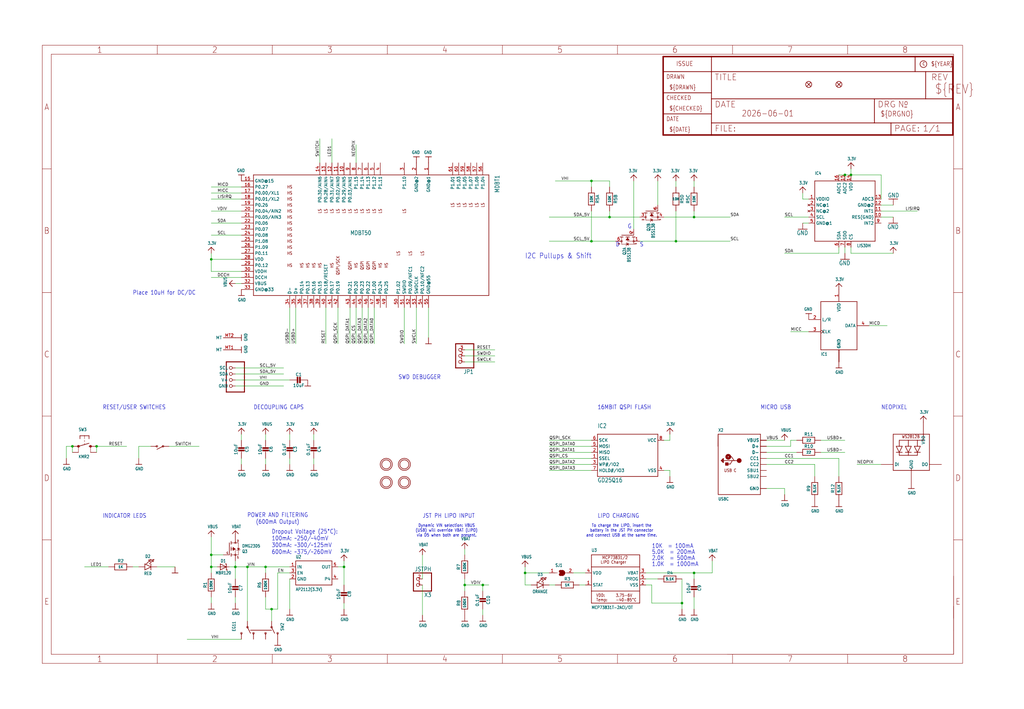
<source format=kicad_sch>
(kicad_sch (version 20230121) (generator eeschema)
  (paper "User" 430.962 298.602)
  (junction (at 144.78 238.76))
  (junction (at 248.92 101.6))
  (junction (at 292.1 241.3))
  (junction (at 220.98 241.3))
  (junction (at 355.6 73.66))
  (junction (at 88.9 238.76))
  (junction (at 292.1 91.44))
  (junction (at 287.02 254))
  (junction (at 104.14 238.76))
  (junction (at 111.76 238.76))
  (junction (at 88.9 109.22))
  (junction (at 99.06 238.76))
  (junction (at 30.48 187.96))
  (junction (at 203.2 246.38))
  (junction (at 114.3 256.54))
  (junction (at 358.14 73.66))
  (junction (at 248.92 76.2))
  (junction (at 195.58 246.38))
  (junction (at 256.54 91.44))
  (junction (at 88.9 233.68))
  (junction (at 284.48 101.6))
  (junction (at 40.64 187.96))
  (wire (pts (xy 355.6 73.66) (xy 353.06 73.66)) (stroke (width 0.1524)))
  (wire (pts (xy 266.7 96.52) (xy 266.7 76.2)) (stroke (width 0.1524)))
  (wire (pts (xy 355.6 185.42) (xy 345.44 185.42)) (stroke (width 0.1524)))
  (wire (pts (xy 353.06 193.04) (xy 353.06 200.66)) (stroke (width 0.1524)))
  (wire (pts (xy 88.9 238.76) (xy 88.9 233.68)) (stroke (width 0.1524)))
  (wire (pts (xy 370.84 86.36) (xy 375.92 86.36)) (stroke (width 0.1524)))
  (wire (pts (xy 93.98 233.68) (xy 88.9 233.68)) (stroke (width 0.1524)))
  (wire (pts (xy 71.12 187.96) (xy 83.82 187.96)) (stroke (width 0.1524)))
  (wire (pts (xy 116.84 241.3) (xy 116.84 256.54)) (stroke (width 0.1524)))
  (wire (pts (xy 340.36 91.44) (xy 330.2 91.44)) (stroke (width 0.1524)))
  (wire (pts (xy 99.06 160.02) (xy 121.92 160.02)) (stroke (width 0.1524)))
  (wire (pts (xy 195.58 231.14) (xy 195.58 233.68)) (stroke (width 0.1524)))
  (wire (pts (xy 322.58 187.96) (xy 332.74 187.96)) (stroke (width 0.1524)))
  (wire (pts (xy 271.78 246.38) (xy 274.32 246.38)) (stroke (width 0.1524)))
  (wire (pts (xy 101.6 81.28) (xy 88.9 81.28)) (stroke (width 0.1524)))
  (wire (pts (xy 330.2 205.74) (xy 330.2 208.28)) (stroke (width 0.1524)))
  (wire (pts (xy 248.92 187.96) (xy 231.14 187.96)) (stroke (width 0.1524)))
  (wire (pts (xy 111.76 185.42) (xy 111.76 182.88)) (stroke (width 0.1524)))
  (wire (pts (xy 365.76 137.16) (xy 373.38 137.16)) (stroke (width 0.1524)))
  (wire (pts (xy 152.4 129.54) (xy 152.4 144.78)) (stroke (width 0.1524)))
  (wire (pts (xy 358.14 71.12) (xy 358.14 73.66)) (stroke (width 0.1524)))
  (wire (pts (xy 375.92 106.68) (xy 358.14 106.68)) (stroke (width 0.1524)))
  (wire (pts (xy 203.2 246.38) (xy 203.2 248.92)) (stroke (width 0.1524)))
  (wire (pts (xy 180.34 142.24) (xy 180.34 129.54)) (stroke (width 0.1524)))
  (wire (pts (xy 355.6 190.5) (xy 345.44 190.5)) (stroke (width 0.1524)))
  (wire (pts (xy 88.9 241.3) (xy 88.9 238.76)) (stroke (width 0.1524)))
  (wire (pts (xy 111.76 256.54) (xy 111.76 251.46)) (stroke (width 0.1524)))
  (wire (pts (xy 292.1 243.84) (xy 292.1 241.3)) (stroke (width 0.1524)))
  (wire (pts (xy 99.06 238.76) (xy 104.14 238.76)) (stroke (width 0.1524)))
  (wire (pts (xy 101.6 99.06) (xy 88.9 99.06)) (stroke (width 0.1524)))
  (wire (pts (xy 111.76 241.3) (xy 111.76 238.76)) (stroke (width 0.1524)))
  (wire (pts (xy 358.14 73.66) (xy 355.6 73.66)) (stroke (width 0.1524)))
  (wire (pts (xy 101.6 119.38) (xy 99.06 119.38)) (stroke (width 0.1524)))
  (wire (pts (xy 99.06 157.48) (xy 119.38 157.48)) (stroke (width 0.1524)))
  (wire (pts (xy 104.14 261.62) (xy 104.14 238.76)) (stroke (width 0.1524)))
  (wire (pts (xy 101.6 78.74) (xy 88.9 78.74)) (stroke (width 0.1524)))
  (wire (pts (xy 203.2 246.38) (xy 205.74 246.38)) (stroke (width 0.1524)))
  (wire (pts (xy 322.58 190.5) (xy 335.28 190.5)) (stroke (width 0.1524)))
  (wire (pts (xy 248.92 88.9) (xy 248.92 101.6)) (stroke (width 0.1524)))
  (wire (pts (xy 40.64 187.96) (xy 53.34 187.96)) (stroke (width 0.1524)))
  (wire (pts (xy 332.74 187.96) (xy 332.74 185.42)) (stroke (width 0.1524)))
  (wire (pts (xy 330.2 185.42) (xy 322.58 185.42)) (stroke (width 0.1524)))
  (wire (pts (xy 281.94 198.12) (xy 281.94 200.66)) (stroke (width 0.1524)))
  (wire (pts (xy 248.92 185.42) (xy 231.14 185.42)) (stroke (width 0.1524)))
  (wire (pts (xy 292.1 91.44) (xy 307.34 91.44)) (stroke (width 0.1524)))
  (wire (pts (xy 292.1 241.3) (xy 271.78 241.3)) (stroke (width 0.1524)))
  (wire (pts (xy 231.14 195.58) (xy 248.92 195.58)) (stroke (width 0.1524)))
  (wire (pts (xy 132.08 185.42) (xy 132.08 182.88)) (stroke (width 0.1524)))
  (wire (pts (xy 299.72 236.22) (xy 299.72 241.3)) (stroke (width 0.1524)))
  (wire (pts (xy 322.58 195.58) (xy 342.9 195.58)) (stroke (width 0.1524)))
  (wire (pts (xy 353.06 106.68) (xy 330.2 106.68)) (stroke (width 0.1524)))
  (wire (pts (xy 274.32 254) (xy 287.02 254)) (stroke (width 0.1524)))
  (wire (pts (xy 332.74 185.42) (xy 335.28 185.42)) (stroke (width 0.1524)))
  (wire (pts (xy 45.72 238.76) (xy 35.56 238.76)) (stroke (width 0.1524)))
  (wire (pts (xy 342.9 195.58) (xy 342.9 200.66)) (stroke (width 0.1524)))
  (wire (pts (xy 121.92 144.78) (xy 121.92 129.54)) (stroke (width 0.1524)))
  (wire (pts (xy 274.32 246.38) (xy 274.32 254)) (stroke (width 0.1524)))
  (wire (pts (xy 144.78 238.76) (xy 144.78 236.22)) (stroke (width 0.1524)))
  (wire (pts (xy 292.1 251.46) (xy 292.1 256.54)) (stroke (width 0.1524)))
  (wire (pts (xy 58.42 238.76) (xy 55.88 238.76)) (stroke (width 0.1524)))
  (wire (pts (xy 121.92 241.3) (xy 116.84 241.3)) (stroke (width 0.1524)))
  (wire (pts (xy 101.6 114.3) (xy 88.9 114.3)) (stroke (width 0.1524)))
  (wire (pts (xy 88.9 254) (xy 88.9 251.46)) (stroke (width 0.1524)))
  (wire (pts (xy 279.4 91.44) (xy 292.1 91.44)) (stroke (width 0.1524)))
  (wire (pts (xy 284.48 88.9) (xy 284.48 101.6)) (stroke (width 0.1524)))
  (wire (pts (xy 58.42 187.96) (xy 58.42 193.04)) (stroke (width 0.1524)))
  (wire (pts (xy 101.6 116.84) (xy 88.9 116.84)) (stroke (width 0.1524)))
  (wire (pts (xy 195.58 147.32) (xy 208.28 147.32)) (stroke (width 0.1524)))
  (wire (pts (xy 157.48 129.54) (xy 157.48 144.78)) (stroke (width 0.1524)))
  (wire (pts (xy 121.92 193.04) (xy 121.92 195.58)) (stroke (width 0.1524)))
  (wire (pts (xy 99.06 243.84) (xy 99.06 238.76)) (stroke (width 0.1524)))
  (wire (pts (xy 241.3 241.3) (xy 246.38 241.3)) (stroke (width 0.1524)))
  (wire (pts (xy 177.8 259.08) (xy 177.8 246.38)) (stroke (width 0.1524)))
  (wire (pts (xy 104.14 238.76) (xy 111.76 238.76)) (stroke (width 0.1524)))
  (wire (pts (xy 233.68 76.2) (xy 248.92 76.2)) (stroke (width 0.1524)))
  (wire (pts (xy 203.2 259.08) (xy 203.2 256.54)) (stroke (width 0.1524)))
  (wire (pts (xy 175.26 129.54) (xy 175.26 144.78)) (stroke (width 0.1524)))
  (wire (pts (xy 88.9 109.22) (xy 88.9 106.68)) (stroke (width 0.1524)))
  (wire (pts (xy 256.54 91.44) (xy 231.14 91.44)) (stroke (width 0.1524)))
  (wire (pts (xy 337.82 93.98) (xy 340.36 93.98)) (stroke (width 0.1524)))
  (wire (pts (xy 96.52 238.76) (xy 99.06 238.76)) (stroke (width 0.1524)))
  (wire (pts (xy 170.18 129.54) (xy 170.18 144.78)) (stroke (width 0.1524)))
  (wire (pts (xy 30.48 187.96) (xy 30.48 190.5)) (stroke (width 0.1524)))
  (wire (pts (xy 370.84 195.58) (xy 360.68 195.58)) (stroke (width 0.1524)))
  (wire (pts (xy 220.98 238.76) (xy 220.98 241.3)) (stroke (width 0.1524)))
  (wire (pts (xy 111.76 193.04) (xy 111.76 195.58)) (stroke (width 0.1524)))
  (wire (pts (xy 195.58 246.38) (xy 203.2 246.38)) (stroke (width 0.1524)))
  (wire (pts (xy 149.86 68.58) (xy 149.86 60.96)) (stroke (width 0.1524)))
  (wire (pts (xy 358.14 106.68) (xy 358.14 104.14)) (stroke (width 0.1524)))
  (wire (pts (xy 99.06 162.56) (xy 119.38 162.56)) (stroke (width 0.1524)))
  (wire (pts (xy 269.24 101.6) (xy 284.48 101.6)) (stroke (width 0.1524)))
  (wire (pts (xy 121.92 243.84) (xy 121.92 256.54)) (stroke (width 0.1524)))
  (wire (pts (xy 223.52 246.38) (xy 220.98 246.38)) (stroke (width 0.1524)))
  (wire (pts (xy 134.62 68.58) (xy 134.62 58.42)) (stroke (width 0.1524)))
  (wire (pts (xy 337.82 83.82) (xy 337.82 81.28)) (stroke (width 0.1524)))
  (wire (pts (xy 292.1 78.74) (xy 292.1 76.2)) (stroke (width 0.1524)))
  (wire (pts (xy 231.14 198.12) (xy 248.92 198.12)) (stroke (width 0.1524)))
  (wire (pts (xy 220.98 241.3) (xy 231.14 241.3)) (stroke (width 0.1524)))
  (wire (pts (xy 292.1 88.9) (xy 292.1 91.44)) (stroke (width 0.1524)))
  (wire (pts (xy 370.84 73.66) (xy 358.14 73.66)) (stroke (width 0.1524)))
  (wire (pts (xy 99.06 236.22) (xy 99.06 238.76)) (stroke (width 0.1524)))
  (wire (pts (xy 99.06 154.94) (xy 119.38 154.94)) (stroke (width 0.1524)))
  (wire (pts (xy 114.3 261.62) (xy 114.3 256.54)) (stroke (width 0.1524)))
  (wire (pts (xy 99.06 251.46) (xy 99.06 254)) (stroke (width 0.1524)))
  (wire (pts (xy 340.36 139.7) (xy 332.74 139.7)) (stroke (width 0.1524)))
  (wire (pts (xy 292.1 241.3) (xy 299.72 241.3)) (stroke (width 0.1524)))
  (wire (pts (xy 132.08 193.04) (xy 132.08 195.58)) (stroke (width 0.1524)))
  (wire (pts (xy 147.32 144.78) (xy 147.32 129.54)) (stroke (width 0.1524)))
  (wire (pts (xy 284.48 78.74) (xy 284.48 76.2)) (stroke (width 0.1524)))
  (wire (pts (xy 124.46 129.54) (xy 124.46 144.78)) (stroke (width 0.1524)))
  (wire (pts (xy 101.6 185.42) (xy 101.6 182.88)) (stroke (width 0.1524)))
  (wire (pts (xy 101.6 193.04) (xy 101.6 195.58)) (stroke (width 0.1524)))
  (wire (pts (xy 370.84 88.9) (xy 386.08 88.9)) (stroke (width 0.1524)))
  (wire (pts (xy 370.84 83.82) (xy 370.84 73.66)) (stroke (width 0.1524)))
  (wire (pts (xy 149.86 144.78) (xy 149.86 129.54)) (stroke (width 0.1524)))
  (wire (pts (xy 139.7 68.58) (xy 139.7 58.42)) (stroke (width 0.1524)))
  (wire (pts (xy 370.84 91.44) (xy 375.92 91.44)) (stroke (width 0.1524)))
  (wire (pts (xy 137.16 129.54) (xy 137.16 144.78)) (stroke (width 0.1524)))
  (wire (pts (xy 355.6 106.68) (xy 355.6 104.14)) (stroke (width 0.1524)))
  (wire (pts (xy 101.6 88.9) (xy 88.9 88.9)) (stroke (width 0.1524)))
  (wire (pts (xy 248.92 101.6) (xy 231.14 101.6)) (stroke (width 0.1524)))
  (wire (pts (xy 256.54 88.9) (xy 256.54 91.44)) (stroke (width 0.1524)))
  (wire (pts (xy 144.78 254) (xy 144.78 256.54)) (stroke (width 0.1524)))
  (wire (pts (xy 101.6 109.22) (xy 88.9 109.22)) (stroke (width 0.1524)))
  (wire (pts (xy 30.48 187.96) (xy 27.94 187.96)) (stroke (width 0.1524)))
  (wire (pts (xy 116.84 256.54) (xy 114.3 256.54)) (stroke (width 0.1524)))
  (wire (pts (xy 101.6 83.82) (xy 88.9 83.82)) (stroke (width 0.1524)))
  (wire (pts (xy 88.9 233.68) (xy 88.9 226.06)) (stroke (width 0.1524)))
  (wire (pts (xy 154.94 129.54) (xy 154.94 144.78)) (stroke (width 0.1524)))
  (wire (pts (xy 279.4 185.42) (xy 281.94 185.42)) (stroke (width 0.1524)))
  (wire (pts (xy 340.36 83.82) (xy 337.82 83.82)) (stroke (width 0.1524)))
  (wire (pts (xy 256.54 78.74) (xy 256.54 76.2)) (stroke (width 0.1524)))
  (wire (pts (xy 269.24 91.44) (xy 256.54 91.44)) (stroke (width 0.1524)))
  (wire (pts (xy 27.94 187.96) (xy 27.94 193.04)) (stroke (width 0.1524)))
  (wire (pts (xy 243.84 246.38) (xy 246.38 246.38)) (stroke (width 0.1524)))
  (wire (pts (xy 279.4 198.12) (xy 281.94 198.12)) (stroke (width 0.1524)))
  (wire (pts (xy 63.5 187.96) (xy 58.42 187.96)) (stroke (width 0.1524)))
  (wire (pts (xy 231.14 246.38) (xy 233.68 246.38)) (stroke (width 0.1524)))
  (wire (pts (xy 353.06 104.14) (xy 353.06 106.68)) (stroke (width 0.1524)))
  (wire (pts (xy 101.6 93.98) (xy 88.9 93.98)) (stroke (width 0.1524)))
  (wire (pts (xy 88.9 114.3) (xy 88.9 109.22)) (stroke (width 0.1524)))
  (wire (pts (xy 195.58 152.4) (xy 208.28 152.4)) (stroke (width 0.1524)))
  (wire (pts (xy 220.98 246.38) (xy 220.98 241.3)) (stroke (width 0.1524)))
  (wire (pts (xy 101.6 269.24) (xy 78.74 269.24)) (stroke (width 0.1524)))
  (wire (pts (xy 73.66 238.76) (xy 66.04 238.76)) (stroke (width 0.1524)))
  (wire (pts (xy 322.58 193.04) (xy 353.06 193.04)) (stroke (width 0.1524)))
  (wire (pts (xy 287.02 243.84) (xy 287.02 254)) (stroke (width 0.1524)))
  (wire (pts (xy 144.78 246.38) (xy 144.78 238.76)) (stroke (width 0.1524)))
  (wire (pts (xy 259.08 101.6) (xy 248.92 101.6)) (stroke (width 0.1524)))
  (wire (pts (xy 177.8 233.68) (xy 177.8 243.84)) (stroke (width 0.1524)))
  (wire (pts (xy 231.14 193.04) (xy 248.92 193.04)) (stroke (width 0.1524)))
  (wire (pts (xy 195.58 243.84) (xy 195.58 246.38)) (stroke (width 0.1524)))
  (wire (pts (xy 91.44 238.76) (xy 88.9 238.76)) (stroke (width 0.1524)))
  (wire (pts (xy 142.24 144.78) (xy 142.24 129.54)) (stroke (width 0.1524)))
  (wire (pts (xy 121.92 238.76) (xy 111.76 238.76)) (stroke (width 0.1524)))
  (wire (pts (xy 121.92 185.42) (xy 121.92 182.88)) (stroke (width 0.1524)))
  (wire (pts (xy 248.92 76.2) (xy 248.92 78.74)) (stroke (width 0.1524)))
  (wire (pts (xy 276.86 86.36) (xy 276.86 76.2)) (stroke (width 0.1524)))
  (wire (pts (xy 231.14 190.5) (xy 248.92 190.5)) (stroke (width 0.1524)))
  (wire (pts (xy 284.48 101.6) (xy 307.34 101.6)) (stroke (width 0.1524)))
  (wire (pts (xy 281.94 185.42) (xy 281.94 182.88)) (stroke (width 0.1524)))
  (wire (pts (xy 208.28 149.86) (xy 195.58 149.86)) (stroke (width 0.1524)))
  (wire (pts (xy 248.92 76.2) (xy 256.54 76.2)) (stroke (width 0.1524)))
  (wire (pts (xy 322.58 205.74) (xy 330.2 205.74)) (stroke (width 0.1524)))
  (wire (pts (xy 271.78 243.84) (xy 276.86 243.84)) (stroke (width 0.1524)))
  (wire (pts (xy 40.64 190.5) (xy 40.64 187.96)) (stroke (width 0.1524)))
  (wire (pts (xy 195.58 246.38) (xy 195.58 248.92)) (stroke (width 0.1524)))
  (wire (pts (xy 114.3 256.54) (xy 111.76 256.54)) (stroke (width 0.1524)))
  (wire (pts (xy 142.24 238.76) (xy 144.78 238.76)) (stroke (width 0.1524)))
  (wire (pts (xy 287.02 254) (xy 287.02 256.54)) (stroke (width 0.1524)))
  (text "G" (at 264.16 96.52 0) (effects (font (size 1.778 1.5113)) (justify left bottom)))
  (text "POWER AND FILTERING\n(600mA Output)" (at 116.84 220.98 0) (effects (font (size 1.778 1.5113)) (justify bottom)))
  (text "D" (at 259.08 104.14 0) (effects (font (size 1.778 1.5113)) (justify left bottom)))
  (text "5.0K  = 200mA" (at 274.32 233.68 0) (effects (font (size 1.778 1.5113)) (justify left bottom)))
  (text "MICRO USB" (at 320.04 172.72 0) (effects (font (size 1.778 1.5113)) (justify left bottom)))
  (text "SWD DEBUGGER" (at 167.64 160.02 0) (effects (font (size 1.778 1.5113)) (justify left bottom)))
  (text "Dynamic VIN selection: VBUS\n(USB) will override VBAT (LIPO)\nvia D5 when both are present." (at 187.96 223.52 0) (effects (font (size 1.27 1.0795))))
  (text "16MBIT QSPI FLASH" (at 251.46 172.72 0) (effects (font (size 1.778 1.5113)) (justify left bottom)))
  (text "JST PH LIPO INPUT" (at 177.8 218.44 0) (effects (font (size 1.778 1.5113)) (justify left bottom)))
  (text "Dropout Voltage (25°C):\n100mA: ~250/~40mV\n300mA: ~300/~125mV\n600mA: ~375/~260mV" (at 114.3 233.68 0) (effects (font (size 1.778 1.5113)) (justify left bottom)))
  (text "NEOPIXEL" (at 370.84 172.72 0) (effects (font (size 1.778 1.5113)) (justify left bottom)))
  (text "1.0K  = 1000mA" (at 274.32 238.76 0) (effects (font (size 1.778 1.5113)) (justify left bottom)))
  (text "INDICATOR LEDS" (at 43.18 218.44 0) (effects (font (size 1.778 1.5113)) (justify left bottom)))
  (text "DECOUPLING CAPS" (at 106.68 172.72 0) (effects (font (size 1.778 1.5113)) (justify left bottom)))
  (text "S" (at 269.24 104.14 0) (effects (font (size 1.778 1.5113)) (justify left bottom)))
  (text "2.0K  = 500mA" (at 274.32 236.22 0) (effects (font (size 1.778 1.5113)) (justify left bottom)))
  (text "Place 10uH for DC/DC" (at 55.88 124.46 0) (effects (font (size 1.778 1.5113)) (justify left bottom)))
  (text "10K  = 100mA" (at 274.32 231.14 0) (effects (font (size 1.778 1.5113)) (justify left bottom)))
  (text "LIPO CHARGING" (at 251.46 218.44 0) (effects (font (size 1.778 1.5113)) (justify left bottom)))
  (text "To charge the LIPO, insert the\nbattery in the JST PH connector\nand connect USB at the same time." (at 261.62 223.52 0) (effects (font (size 1.27 1.0795))))
  (text "I2C Pullups & Shift" (at 220.98 109.22 0) (effects (font (size 2.1844 1.8567)) (justify left bottom)))
  (text "RESET/USER SWITCHES" (at 43.18 172.72 0) (effects (font (size 1.778 1.5113)) (justify left bottom)))
  (label "QSPI_SCK" (at 231.14 185.42 0) (effects (font (size 1.2446 1.2446))))
  (label "QSPI_CS" (at 149.86 144.78 90) (effects (font (size 1.2446 1.2446))))
  (label "RESET" (at 200.66 147.32 0) (effects (font (size 1.2446 1.2446))))
  (label "GND" (at 109.22 162.56 0) (effects (font (size 1.2446 1.2446))))
  (label "VHI" (at 109.22 160.02 0) (effects (font (size 1.2446 1.2446))))
  (label "LISIRQ" (at 381 88.9 0) (effects (font (size 1.2446 1.2446))))
  (label "VDIV" (at 198.12 246.38 0) (effects (font (size 1.2446 1.2446))))
  (label "QSPI_DATA3" (at 152.4 144.78 90) (effects (font (size 1.2446 1.2446))))
  (label "SWCLK" (at 175.26 144.78 90) (effects (font (size 1.2446 1.2446))))
  (label "QSPI_DATA0" (at 157.48 144.78 90) (effects (font (size 1.2446 1.2446))))
  (label "SWITCH" (at 73.66 187.96 0) (effects (font (size 1.2446 1.2446))))
  (label "QSPI_DATA0" (at 231.14 187.96 0) (effects (font (size 1.2446 1.2446))))
  (label "QSPI_CS" (at 231.14 193.04 0) (effects (font (size 1.2446 1.2446))))
  (label "CC2" (at 330.2 195.58 0) (effects (font (size 1.2446 1.2446))))
  (label "VIN" (at 104.14 238.76 0) (effects (font (size 1.2446 1.2446))))
  (label "VBUS" (at 322.58 185.42 0) (effects (font (size 1.2446 1.2446))))
  (label "SDA" (at 330.2 106.68 0) (effects (font (size 1.2446 1.2446))))
  (label "QSPI_DATA3" (at 231.14 198.12 0) (effects (font (size 1.2446 1.2446))))
  (label "DCCH" (at 91.44 116.84 0) (effects (font (size 1.2446 1.2446))))
  (label "SCL_5V" (at 241.3 101.6 0) (effects (font (size 1.2446 1.2446))))
  (label "QSPI_DATA2" (at 231.14 195.58 0) (effects (font (size 1.2446 1.2446))))
  (label "MICD" (at 91.44 78.74 0) (effects (font (size 1.2446 1.2446))))
  (label "SCL" (at 330.2 91.44 0) (effects (font (size 1.2446 1.2446))))
  (label "USBD+" (at 124.46 144.78 90) (effects (font (size 1.2446 1.2446))))
  (label "SWDIO" (at 200.66 149.86 0) (effects (font (size 1.2446 1.2446))))
  (label "SCL" (at 307.34 101.6 0) (effects (font (size 1.2446 1.2446))))
  (label "QSPI_DATA1" (at 231.14 190.5 0) (effects (font (size 1.2446 1.2446))))
  (label "SDA" (at 91.44 93.98 0) (effects (font (size 1.2446 1.2446))))
  (label "RESET" (at 45.72 187.96 0) (effects (font (size 1.2446 1.2446))))
  (label "SDA_5V" (at 241.3 91.44 0) (effects (font (size 1.2446 1.2446))))
  (label "LISIRQ" (at 91.44 83.82 0) (effects (font (size 1.2446 1.2446))))
  (label "SDA_5V" (at 109.22 157.48 0) (effects (font (size 1.2446 1.2446))))
  (label "QSPI_SCK" (at 142.24 144.78 90) (effects (font (size 1.2446 1.2446))))
  (label "USBD-" (at 347.98 190.5 0) (effects (font (size 1.2446 1.2446))))
  (label "RESET" (at 137.16 144.78 90) (effects (font (size 1.2446 1.2446))))
  (label "SWITCH" (at 134.62 66.04 90) (effects (font (size 1.2446 1.2446))))
  (label "SCL" (at 91.44 99.06 0) (effects (font (size 1.2446 1.2446))))
  (label "MICC" (at 332.74 139.7 0) (effects (font (size 1.2446 1.2446))))
  (label "NEOPIX" (at 360.68 195.58 0) (effects (font (size 1.2446 1.2446))))
  (label "QSPI_DATA1" (at 147.32 144.78 90) (effects (font (size 1.2446 1.2446))))
  (label "SWCLK" (at 200.66 152.4 0) (effects (font (size 1.2446 1.2446))))
  (label "USBD-" (at 121.92 144.78 90) (effects (font (size 1.2446 1.2446))))
  (label "LED1" (at 139.7 66.04 90) (effects (font (size 1.2446 1.2446))))
  (label "VHI" (at 236.22 76.2 0) (effects (font (size 1.2446 1.2446))))
  (label "NEOPIX" (at 149.86 66.04 90) (effects (font (size 1.2446 1.2446))))
  (label "MICD" (at 365.76 137.16 0) (effects (font (size 1.2446 1.2446))))
  (label "QSPI_DATA2" (at 154.94 144.78 90) (effects (font (size 1.2446 1.2446))))
  (label "CC1" (at 330.2 193.04 0) (effects (font (size 1.2446 1.2446))))
  (label "LED1" (at 38.1 238.76 0) (effects (font (size 1.2446 1.2446))))
  (label "MICC" (at 91.44 81.28 0) (effects (font (size 1.2446 1.2446))))
  (label "SCL_5V" (at 109.22 154.94 0) (effects (font (size 1.2446 1.2446))))
  (label "SDA" (at 307.34 91.44 0) (effects (font (size 1.2446 1.2446))))
  (label "VDIV" (at 91.44 88.9 0) (effects (font (size 1.2446 1.2446))))
  (label "USBD+" (at 347.98 185.42 0) (effects (font (size 1.2446 1.2446))))
  (label "SWDIO" (at 170.18 144.78 90) (effects (font (size 1.2446 1.2446))))
  (label "EN" (at 116.84 241.3 0) (effects (font (size 1.2446 1.2446))))
  (label "VHI" (at 88.9 269.24 0) (effects (font (size 1.2446 1.2446))))
  (symbol (lib_id "working-eagle-import:GND") (at 175.26 66.04 180) (unit 1)
    (property "Reference" "#U$51" (effects hide))
    (property "Value" "GND" (at 176.784 63.5 0) (effects (font (size 1.27 1.0795)) (justify left bottom)))
  )
  (symbol (lib_id "working-eagle-import:3.3V") (at 144.78 233.68 0) (unit 1)
    (property "Reference" "#U$11" (effects hide))
    (property "Value" "3.3V" (at 143.256 232.664 0) (effects (font (size 1.27 1.0795)) (justify left bottom)))
  )
  (symbol (lib_id "working-eagle-import:CAP_CERAMIC0805-NOOUTLINE") (at 144.78 248.92 180) (unit 1)
    (property "Reference" "C8" (at 147.07 250.17 90))
    (property "Value" "10uF" (at 142.48 250.17 90))
    (property "Footprint" "working:0805-NO" (effects hide))
  )
  (symbol (lib_id "working-eagle-import:STEMMA_I2C_QT") (at 99.06 147.32 180) (unit 2)
    (property "Reference" "CONN1" (effects hide))
    (property "Value" "STEMMA_I2C_QT" (effects hide))
    (property "Footprint" "working:JST_SH4" (effects hide))
  )
  (symbol (lib_id "working-eagle-import:GND") (at 121.92 259.08 0) (unit 1)
    (property "Reference" "#U$30" (effects hide))
    (property "Value" "GND" (at 120.396 261.62 0) (effects (font (size 1.27 1.0795)) (justify left bottom)))
  )
  (symbol (lib_id "working-eagle-import:GND") (at 129.54 162.56 0) (unit 1)
    (property "Reference" "#U$1" (effects hide))
    (property "Value" "GND" (effects hide))
  )
  (symbol (lib_id "working-eagle-import:MOUNTINGHOLE_SLOT4MM") (at 162.56 195.58 0) (unit 1)
    (property "Reference" "U$16" (effects hide))
    (property "Value" "MOUNTINGHOLE_SLOT4MM" (effects hide))
    (property "Footprint" "working:SLOT_4MM_PLATED" (effects hide))
  )
  (symbol (lib_id "working-eagle-import:SOLDERJUMPER") (at 236.22 241.3 0) (unit 1)
    (property "Reference" "SJ1" (at 233.68 238.76 0) (effects (font (size 1.27 1.0795)) (justify left bottom)))
    (property "Value" "SOLDERJUMPER" (effects hide))
    (property "Footprint" "working:SOLDERJUMPER_ARROW_NOPASTE" (effects hide))
  )
  (symbol (lib_id "working-eagle-import:RESISTOR_0603_NOOUT") (at 353.06 205.74 90) (unit 1)
    (property "Reference" "R12" (at 350.52 205.74 0))
    (property "Value" "5.1K" (at 353.06 205.74 0) (effects (font (size 1.016 1.016) bold)))
    (property "Footprint" "working:0603-NO" (effects hide))
  )
  (symbol (lib_id "working-eagle-import:GND") (at 132.08 198.12 0) (unit 1)
    (property "Reference" "#U$31" (effects hide))
    (property "Value" "GND" (at 130.556 200.66 0) (effects (font (size 1.27 1.0795)) (justify left bottom)))
  )
  (symbol (lib_id "working-eagle-import:USB_C") (at 312.42 195.58 0) (unit 1)
    (property "Reference" "X2" (at 302.26 181.864 0) (effects (font (size 1.27 1.0795)) (justify left bottom)))
    (property "Value" "USBC" (at 302.26 210.82 0) (effects (font (size 1.27 1.0795)) (justify left bottom)))
    (property "Footprint" "working:USB_C_CUSB31-CFM2AX-01-X" (effects hide))
  )
  (symbol (lib_id "working-eagle-import:FIDUCIAL_1MM") (at 340.36 35.56 0) (unit 1)
    (property "Reference" "FID1" (effects hide))
    (property "Value" "FIDUCIAL_1MM" (effects hide))
    (property "Footprint" "working:FIDUCIAL_1MM" (effects hide))
  )
  (symbol (lib_id "working-eagle-import:MOUNTINGHOLE_SLOT4MM") (at 170.18 195.58 0) (unit 1)
    (property "Reference" "U$14" (effects hide))
    (property "Value" "MOUNTINGHOLE_SLOT4MM" (effects hide))
    (property "Footprint" "working:SLOT_4MM_PLATED" (effects hide))
  )
  (symbol (lib_id "working-eagle-import:GND") (at 203.2 261.62 0) (unit 1)
    (property "Reference" "#U$9" (effects hide))
    (property "Value" "GND" (at 201.676 264.16 0) (effects (font (size 1.27 1.0795)) (justify left bottom)))
  )
  (symbol (lib_id "working-eagle-import:SPIFLASH_8PIN") (at 264.16 193.04 0) (unit 1)
    (property "Reference" "IC2" (at 251.46 180.34 0) (effects (font (size 1.778 1.5113)) (justify left bottom)))
    (property "Value" "GD25Q16" (at 251.46 203.2 0) (effects (font (size 1.778 1.5113)) (justify left bottom)))
    (property "Footprint" "working:SOIC8_150MIL" (effects hide))
  )
  (symbol (lib_id "working-eagle-import:adafruit_power_3.3V") (at 284.48 73.66 0) (mirror y) (unit 1)
    (property "Reference" "#U$52" (effects hide))
    (property "Value" "3.3V" (at 286.004 72.644 0) (effects (font (size 1.27 1.0795)) (justify left bottom)))
  )
  (symbol (lib_id "working-eagle-import:3.3V") (at 337.82 78.74 0) (unit 1)
    (property "Reference" "#U$40" (effects hide))
    (property "Value" "3.3V" (at 336.296 77.724 0) (effects (font (size 1.27 1.0795)) (justify left bottom)))
  )
  (symbol (lib_id "working-eagle-import:GND") (at 73.66 241.3 0) (unit 1)
    (property "Reference" "#U$15" (effects hide))
    (property "Value" "GND" (effects hide))
  )
  (symbol (lib_id "working-eagle-import:GND") (at 101.6 142.24 90) (unit 1)
    (property "Reference" "#U$24" (effects hide))
    (property "Value" "GND" (at 104.14 143.764 0) (effects (font (size 1.27 1.0795)) (justify left bottom)))
  )
  (symbol (lib_id "working-eagle-import:3.3V") (at 121.92 180.34 0) (unit 1)
    (property "Reference" "#U$32" (effects hide))
    (property "Value" "3.3V" (at 120.396 179.324 0) (effects (font (size 1.27 1.0795)) (justify left bottom)))
  )
  (symbol (lib_id "working-eagle-import:CAP_CERAMIC0603_NO") (at 132.08 187.96 180) (unit 1)
    (property "Reference" "C4" (at 134.37 189.21 90))
    (property "Value" "0.1uF" (at 129.78 189.21 90))
    (property "Footprint" "working:0603-NO" (effects hide))
  )
  (symbol (lib_id "working-eagle-import:3.3V") (at 375.92 104.14 0) (unit 1)
    (property "Reference" "#U$41" (effects hide))
    (property "Value" "3.3V" (at 374.396 103.124 0) (effects (font (size 1.27 1.0795)) (justify left bottom)))
  )
  (symbol (lib_id "working-eagle-import:VBUS") (at 88.9 223.52 0) (unit 1)
    (property "Reference" "#U$13" (effects hide))
    (property "Value" "VBUS" (at 87.376 222.504 0) (effects (font (size 1.27 1.0795)) (justify left bottom)))
  )
  (symbol (lib_id "working-eagle-import:GND") (at 281.94 203.2 0) (unit 1)
    (property "Reference" "#U$56" (effects hide))
    (property "Value" "GND" (at 280.416 205.74 0) (effects (font (size 1.27 1.0795)) (justify left bottom)))
  )
  (symbol (lib_id "working-eagle-import:GND") (at 340.36 132.08 180) (unit 1)
    (property "Reference" "#U$50" (effects hide))
    (property "Value" "GND" (at 341.884 129.54 0) (effects (font (size 1.27 1.0795)) (justify left bottom)))
  )
  (symbol (lib_id "working-eagle-import:3.3V") (at 88.9 104.14 0) (unit 1)
    (property "Reference" "#U$47" (effects hide))
    (property "Value" "3.3V" (at 87.376 103.124 0) (effects (font (size 1.27 1.0795)) (justify left bottom)))
  )
  (symbol (lib_id "working-eagle-import:STEMMA_I2C_QT") (at 99.06 157.48 180) (unit 1)
    (property "Reference" "CONN1" (effects hide))
    (property "Value" "STEMMA_I2C_QT" (effects hide))
    (property "Footprint" "working:JST_SH4" (effects hide))
  )
  (symbol (lib_id "working-eagle-import:CAP_CERAMIC0805-NOOUTLINE") (at 111.76 187.96 180) (unit 1)
    (property "Reference" "C6" (at 114.05 189.21 90))
    (property "Value" "10uF" (at 109.46 189.21 90))
    (property "Footprint" "working:0805-NO" (effects hide))
  )
  (symbol (lib_id "working-eagle-import:GND") (at 101.6 198.12 0) (unit 1)
    (property "Reference" "#U$42" (effects hide))
    (property "Value" "GND" (at 100.076 200.66 0) (effects (font (size 1.27 1.0795)) (justify left bottom)))
  )
  (symbol (lib_id "working-eagle-import:SWITCH_TACT_SMT4.6X2.8") (at 35.56 187.96 0) (unit 1)
    (property "Reference" "SW3" (at 33.02 181.61 0) (effects (font (size 1.27 1.0795)) (justify left bottom)))
    (property "Value" "KMR2" (at 33.02 193.04 0) (effects (font (size 1.27 1.0795)) (justify left bottom)))
    (property "Footprint" "working:BTN_KMR2_4.6X2.8" (effects hide))
  )
  (symbol (lib_id "working-eagle-import:GND") (at 101.6 147.32 90) (unit 1)
    (property "Reference" "#U$20" (effects hide))
    (property "Value" "GND" (at 104.14 148.844 0) (effects (font (size 1.27 1.0795)) (justify left bottom)))
  )
  (symbol (lib_id "working-eagle-import:LED0805_NOOUTLINE") (at 63.5 238.76 0) (unit 1)
    (property "Reference" "D2" (at 62.23 234.315 0) (effects (font (size 1.27 1.0795))))
    (property "Value" "RED" (at 62.23 241.554 0) (effects (font (size 1.27 1.0795))))
    (property "Footprint" "working:CHIPLED_0805_NOOUTLINE" (effects hide))
  )
  (symbol (lib_id "working-eagle-import:GND") (at 116.84 271.78 0) (unit 1)
    (property "Reference" "#U$17" (effects hide))
    (property "Value" "GND" (at 115.316 274.32 0) (effects (font (size 1.27 1.0795)) (justify left bottom)))
  )
  (symbol (lib_id "working-eagle-import:MOSFET-N_DUAL") (at 274.32 88.9 90) (mirror x) (unit 2)
    (property "Reference" "Q2" (at 273.685 93.98 0) (effects (font (size 1.27 1.0795)) (justify left bottom)))
    (property "Value" "BSS138" (at 275.59 93.98 0) (effects (font (size 1.27 1.0795)) (justify left bottom)))
    (property "Footprint" "working:SOT363" (effects hide))
  )
  (symbol (lib_id "working-eagle-import:RESISTOR_0603_NOOUT") (at 50.8 238.76 0) (unit 1)
    (property "Reference" "R2" (at 50.8 236.22 0))
    (property "Value" "1K" (at 50.8 238.76 0) (effects (font (size 1.016 1.016) bold)))
    (property "Footprint" "working:0603-NO" (effects hide))
  )
  (symbol (lib_id "working-eagle-import:GND") (at 383.54 205.74 0) (unit 1)
    (property "Reference" "#U$60" (effects hide))
    (property "Value" "GND" (at 382.016 208.28 0) (effects (font (size 1.27 1.0795)) (justify left bottom)))
  )
  (symbol (lib_id "working-eagle-import:GND") (at 180.34 66.04 180) (unit 1)
    (property "Reference" "#U$53" (effects hide))
    (property "Value" "GND" (at 181.864 63.5 0) (effects (font (size 1.27 1.0795)) (justify left bottom)))
  )
  (symbol (lib_id "working-eagle-import:adafruit_power_3.3V") (at 266.7 73.66 0) (mirror y) (unit 1)
    (property "Reference" "#U$61" (effects hide))
    (property "Value" "3.3V" (at 268.224 72.644 0) (effects (font (size 1.27 1.0795)) (justify left bottom)))
  )
  (symbol (lib_id "working-eagle-import:GND") (at 195.58 261.62 0) (unit 1)
    (property "Reference" "#U$57" (effects hide))
    (property "Value" "GND" (at 194.056 264.16 0) (effects (font (size 1.27 1.0795)) (justify left bottom)))
  )
  (symbol (lib_id "working-eagle-import:RESISTOR_0603_NOOUT") (at 111.76 246.38 90) (unit 1)
    (property "Reference" "R6" (at 109.22 246.38 0))
    (property "Value" "100K" (at 111.76 246.38 0) (effects (font (size 1.016 1.016) bold)))
    (property "Footprint" "working:0603-NO" (effects hide))
  )
  (symbol (lib_id "working-eagle-import:GND") (at 101.6 124.46 0) (unit 1)
    (property "Reference" "#U$48" (effects hide))
    (property "Value" "GND" (at 100.076 127 0) (effects (font (size 1.27 1.0795)) (justify left bottom)))
  )
  (symbol (lib_id "working-eagle-import:GND") (at 88.9 256.54 0) (unit 1)
    (property "Reference" "#U$44" (effects hide))
    (property "Value" "GND" (at 87.376 259.08 0) (effects (font (size 1.27 1.0795)) (justify left bottom)))
  )
  (symbol (lib_id "working-eagle-import:MOSFET-N_DUAL") (at 264.16 99.06 90) (mirror x) (unit 1)
    (property "Reference" "Q2" (at 263.525 104.14 0) (effects (font (size 1.27 1.0795)) (justify left bottom)))
    (property "Value" "BSS138" (at 265.43 104.14 0) (effects (font (size 1.27 1.0795)) (justify left bottom)))
    (property "Footprint" "working:SOT363" (effects hide))
  )
  (symbol (lib_id "working-eagle-import:3.3V") (at 132.08 180.34 0) (unit 1)
    (property "Reference" "#U$35" (effects hide))
    (property "Value" "3.3V" (at 130.556 179.324 0) (effects (font (size 1.27 1.0795)) (justify left bottom)))
  )
  (symbol (lib_id "working-eagle-import:3.3V") (at 281.94 180.34 0) (unit 1)
    (property "Reference" "#U$55" (effects hide))
    (property "Value" "3.3V" (at 280.416 179.324 0) (effects (font (size 1.27 1.0795)) (justify left bottom)))
  )
  (symbol (lib_id "working-eagle-import:RESISTOR_0603_NOOUT") (at 88.9 246.38 90) (unit 1)
    (property "Reference" "R1" (at 86.36 246.38 0))
    (property "Value" "100K" (at 88.9 246.38 0) (effects (font (size 1.016 1.016) bold)))
    (property "Footprint" "working:0603-NO" (effects hide))
  )
  (symbol (lib_id "working-eagle-import:GND") (at 342.9 213.36 0) (unit 1)
    (property "Reference" "#U$26" (effects hide))
    (property "Value" "GND" (at 341.376 215.9 0) (effects (font (size 1.27 1.0795)) (justify left bottom)))
  )
  (symbol (lib_id "working-eagle-import:3.3V") (at 101.6 180.34 0) (unit 1)
    (property "Reference" "#U$22" (effects hide))
    (property "Value" "3.3V" (at 100.076 179.324 0) (effects (font (size 1.27 1.0795)) (justify left bottom)))
  )
  (symbol (lib_id "working-eagle-import:MIC_PDM_SPK0415") (at 353.06 137.16 0) (unit 1)
    (property "Reference" "IC1" (at 345.44 149.86 0) (effects (font (size 1.27 1.0795)) (justify left bottom)))
    (property "Value" "MIC_PDM_SPK0415" (effects hide))
    (property "Footprint" "working:SPK0415HM4H" (effects hide))
  )
  (symbol (lib_id "working-eagle-import:VBAT") (at 299.72 233.68 0) (unit 1)
    (property "Reference" "#U$3" (effects hide))
    (property "Value" "VBAT" (at 298.196 232.664 0) (effects (font (size 1.27 1.0795)) (justify left bottom)))
  )
  (symbol (lib_id "working-eagle-import:GND") (at 27.94 195.58 0) (unit 1)
    (property "Reference" "#U$2" (effects hide))
    (property "Value" "GND" (at 26.416 198.12 0) (effects (font (size 1.27 1.0795)) (justify left bottom)))
  )
  (symbol (lib_id "working-eagle-import:adafruit_power_3.3V") (at 276.86 73.66 0) (mirror y) (unit 1)
    (property "Reference" "#U$62" (effects hide))
    (property "Value" "3.3V" (at 278.384 72.644 0) (effects (font (size 1.27 1.0795)) (justify left bottom)))
  )
  (symbol (lib_id "working-eagle-import:RESISTOR_0603_NOOUT") (at 238.76 246.38 0) (unit 1)
    (property "Reference" "R3" (at 238.76 243.84 0))
    (property "Value" "1K" (at 238.76 246.38 0) (effects (font (size 1.016 1.016) bold)))
    (property "Footprint" "working:0603-NO" (effects hide))
  )
  (symbol (lib_id "working-eagle-import:VBAT") (at 99.06 223.52 0) (unit 1)
    (property "Reference" "#U$43" (effects hide))
    (property "Value" "VBAT" (at 97.536 222.504 0) (effects (font (size 1.27 1.0795)) (justify left bottom)))
  )
  (symbol (lib_id "working-eagle-import:RESISTOR_4PACK") (at 256.54 83.82 270) (unit 2)
    (property "Reference" "R5" (at 259.08 83.82 0))
    (property "Value" "10K" (at 256.54 83.82 0) (effects (font (size 1.016 1.016) bold)))
    (property "Footprint" "working:RESPACK_4X0603" (effects hide))
  )
  (symbol (lib_id "working-eagle-import:GND") (at 121.92 198.12 0) (unit 1)
    (property "Reference" "#U$34" (effects hide))
    (property "Value" "GND" (at 120.396 200.66 0) (effects (font (size 1.27 1.0795)) (justify left bottom)))
  )
  (symbol (lib_id "working-eagle-import:RESISTOR_4PACK") (at 248.92 83.82 270) (unit 1)
    (property "Reference" "R5" (at 251.46 83.82 0))
    (property "Value" "10K" (at 248.92 83.82 0) (effects (font (size 1.016 1.016) bold)))
    (property "Footprint" "working:RESPACK_4X0603" (effects hide))
  )
  (symbol (lib_id "working-eagle-import:RESISTOR_0603_NOOUT") (at 340.36 185.42 0) (unit 1)
    (property "Reference" "R11" (at 340.36 182.88 0))
    (property "Value" "22" (at 340.36 185.42 0) (effects (font (size 1.016 1.016) bold)))
    (property "Footprint" "working:0603-NO" (effects hide))
  )
  (symbol (lib_id "working-eagle-import:VBAT") (at 195.58 228.6 0) (unit 1)
    (property "Reference" "#U$58" (effects hide))
    (property "Value" "VBAT" (at 194.056 227.584 0) (effects (font (size 1.27 1.0795)) (justify left bottom)))
  )
  (symbol (lib_id "working-eagle-import:RESISTOR_0603_NOOUT") (at 281.94 243.84 0) (unit 1)
    (property "Reference" "R4" (at 281.94 241.3 0))
    (property "Value" "5.1K" (at 281.94 243.84 0) (effects (font (size 1.016 1.016) bold)))
    (property "Footprint" "working:0603-NO" (effects hide))
  )
  (symbol (lib_id "working-eagle-import:CAP_CERAMIC0805-NOOUTLINE") (at 124.46 160.02 270) (unit 1)
    (property "Reference" "C1" (at 125.71 157.73 90))
    (property "Value" "10uF" (at 125.71 162.32 90))
    (property "Footprint" "working:0805-NO" (effects hide))
  )
  (symbol (lib_id "working-eagle-import:RESISTOR_4PACK") (at 292.1 83.82 90) (mirror x) (unit 3)
    (property "Reference" "R5" (at 289.56 83.82 0))
    (property "Value" "10K" (at 292.1 83.82 0) (effects (font (size 1.016 1.016) bold)))
    (property "Footprint" "working:RESPACK_4X0603" (effects hide))
  )
  (symbol (lib_id "working-eagle-import:GND") (at 292.1 259.08 0) (unit 1)
    (property "Reference" "#U$33" (effects hide))
    (property "Value" "GND" (at 290.576 261.62 0) (effects (font (size 1.27 1.0795)) (justify left bottom)))
  )
  (symbol (lib_id "working-eagle-import:GND") (at 144.78 259.08 0) (unit 1)
    (property "Reference" "#U$5" (effects hide))
    (property "Value" "GND" (at 143.256 261.62 0) (effects (font (size 1.27 1.0795)) (justify left bottom)))
  )
  (symbol (lib_id "working-eagle-import:CON_JST_PH_2PIN_BATT") (at 175.26 243.84 180) (unit 1)
    (property "Reference" "X3" (at 181.61 249.555 0) (effects (font (size 1.778 1.5113)) (justify left bottom)))
    (property "Value" "JSTPH" (at 181.61 238.76 0) (effects (font (size 1.778 1.5113)) (justify left bottom)))
    (property "Footprint" "working:JSTPH2_BATT" (effects hide))
  )
  (symbol (lib_id "working-eagle-import:RESISTOR_4PACK") (at 284.48 83.82 270) (mirror x) (unit 4)
    (property "Reference" "R5" (at 287.02 83.82 0))
    (property "Value" "10K" (at 284.48 83.82 90) (effects (font (size 1.016 1.016) bold)))
    (property "Footprint" "working:RESPACK_4X0603" (effects hide))
  )
  (symbol (lib_id "working-eagle-import:STEMMA_I2C_QT") (at 99.06 142.24 180) (unit 3)
    (property "Reference" "CONN1" (effects hide))
    (property "Value" "STEMMA_I2C_QT" (effects hide))
    (property "Footprint" "working:JST_SH4" (effects hide))
  )
  (symbol (lib_id "working-eagle-import:WS2812B_SK6805_1515") (at 383.54 193.04 0) (unit 1)
    (property "Reference" "LED1" (effects hide))
    (property "Value" "WS2812B_SK6805_1515" (effects hide))
    (property "Footprint" "working:SK6805_1515" (effects hide))
  )
  (symbol (lib_id "working-eagle-import:DIODE-SCHOTTKYSOD-123") (at 93.98 238.76 0) (unit 1)
    (property "Reference" "D1" (at 93.98 236.22 0) (effects (font (size 1.27 1.0795))))
    (property "Value" "MBR120" (at 93.98 241.26 0) (effects (font (size 1.27 1.0795))))
    (property "Footprint" "working:SOD-123" (effects hide))
  )
  (symbol (lib_id "working-eagle-import:MOUNTINGHOLE_SLOT4MM") (at 170.18 203.2 0) (unit 1)
    (property "Reference" "U$12" (effects hide))
    (property "Value" "MOUNTINGHOLE_SLOT4MM" (effects hide))
    (property "Footprint" "working:SLOT_4MM_PLATED" (effects hide))
  )
  (symbol (lib_id "working-eagle-import:3.3V") (at 388.62 175.26 0) (unit 1)
    (property "Reference" "#U$59" (effects hide))
    (property "Value" "3.3V" (at 387.096 174.244 0) (effects (font (size 1.27 1.0795)) (justify left bottom)))
  )
  (symbol (lib_id "working-eagle-import:GND") (at 287.02 259.08 0) (unit 1)
    (property "Reference" "#U$36" (effects hide))
    (property "Value" "GND" (at 285.496 261.62 0) (effects (font (size 1.27 1.0795)) (justify left bottom)))
  )
  (symbol (lib_id "working-eagle-import:RESISTOR_0603_NOOUT") (at 195.58 238.76 90) (unit 1)
    (property "Reference" "R7" (at 193.04 238.76 0))
    (property "Value" "100K" (at 195.58 238.76 0) (effects (font (size 1.016 1.016) bold)))
    (property "Footprint" "working:0603-NO" (effects hide))
  )
  (symbol (lib_id "working-eagle-import:SWITCH_SPST_TACT_RA") (at 66.04 187.96 180) (unit 1)
    (property "Reference" "SW1" (effects hide))
    (property "Value" "TACT_RA" (effects hide))
    (property "Footprint" "working:SPST_TACTILE_RA" (effects hide))
  )
  (symbol (lib_id "working-eagle-import:RESISTOR_0603_NOOUT") (at 195.58 254 90) (unit 1)
    (property "Reference" "R8" (at 193.04 254 0))
    (property "Value" "100K" (at 195.58 254 0) (effects (font (size 1.016 1.016) bold)))
    (property "Footprint" "working:0603-NO" (effects hide))
  )
  (symbol (lib_id "working-eagle-import:MOUNTINGHOLE_SLOT4MM") (at 162.56 203.2 0) (unit 1)
    (property "Reference" "U$10" (effects hide))
    (property "Value" "MOUNTINGHOLE_SLOT4MM" (effects hide))
    (property "Footprint" "working:SLOT_4MM_PLATED" (effects hide))
  )
  (symbol (lib_id "working-eagle-import:CAP_CERAMIC0805-NOOUTLINE") (at 99.06 246.38 180) (unit 1)
    (property "Reference" "C7" (at 101.35 247.63 90))
    (property "Value" "10uF" (at 96.76 247.63 90))
    (property "Footprint" "working:0805-NO" (effects hide))
  )
  (symbol (lib_id "working-eagle-import:GND") (at 99.06 256.54 0) (unit 1)
    (property "Reference" "#U$4" (effects hide))
    (property "Value" "GND" (at 97.536 259.08 0) (effects (font (size 1.27 1.0795)) (justify left bottom)))
  )
  (symbol (lib_id "working-eagle-import:GND") (at 101.6 73.66 180) (unit 1)
    (property "Reference" "#U$49" (effects hide))
    (property "Value" "GND" (at 103.124 71.12 0) (effects (font (size 1.27 1.0795)) (justify left bottom)))
  )
  (symbol (lib_id "working-eagle-import:CAP_CERAMIC0805-NOOUTLINE") (at 292.1 246.38 180) (unit 1)
    (property "Reference" "C9" (at 294.39 247.63 90))
    (property "Value" "10uF" (at 289.8 247.63 90))
    (property "Footprint" "working:0805-NO" (effects hide))
  )
  (symbol (lib_id "working-eagle-import:3.3V") (at 353.06 119.38 0) (unit 1)
    (property "Reference" "#U$46" (effects hide))
    (property "Value" "3.3V" (at 351.536 118.364 0) (effects (font (size 1.27 1.0795)) (justify left bottom)))
  )
  (symbol (lib_id "working-eagle-import:GND") (at 180.34 144.78 0) (unit 1)
    (property "Reference" "#U$54" (effects hide))
    (property "Value" "GND" (effects hide))
  )
  (symbol (lib_id "working-eagle-import:CAP_CERAMIC0603_NO") (at 203.2 251.46 180) (unit 1)
    (property "Reference" "C10" (at 205.49 252.71 90))
    (property "Value" "0.1uF" (at 200.9 252.71 90))
    (property "Footprint" "working:0603-NO" (effects hide))
  )
  (symbol (lib_id "working-eagle-import:FIDUCIAL_1MM") (at 353.06 35.56 0) (unit 1)
    (property "Reference" "FID2" (effects hide))
    (property "Value" "FIDUCIAL_1MM" (effects hide))
    (property "Footprint" "working:FIDUCIAL_1MM" (effects hide))
  )
  (symbol (lib_id "working-eagle-import:FRAME_A3") (at 17.78 279.4 0) (unit 1)
    (property "Reference" "#FRAME1" (effects hide))
    (property "Value" "FRAME_A3" (effects hide))
  )
  (symbol (lib_id "working-eagle-import:HEADER-1X3ROUND") (at 193.04 149.86 180) (unit 1)
    (property "Reference" "JP1" (at 199.39 155.575 0) (effects (font (size 1.778 1.5113)) (justify left bottom)))
    (property "Value" "HEADER-1X3ROUND" (effects hide))
    (property "Footprint" "working:1X03_ROUND" (effects hide))
  )
  (symbol (lib_id "working-eagle-import:RESISTOR_0603_NOOUT") (at 342.9 205.74 90) (unit 1)
    (property "Reference" "R9" (at 340.36 205.74 0))
    (property "Value" "5.1K" (at 342.9 205.74 0) (effects (font (size 1.016 1.016) bold)))
    (property "Footprint" "working:0603-NO" (effects hide))
  )
  (symbol (lib_id "working-eagle-import:supply1_GND") (at 375.92 93.98 0) (unit 1)
    (property "Reference" "#GND9" (effects hide))
    (property "Value" "GND" (at 373.38 96.52 0) (effects (font (size 1.778 1.5113)) (justify left bottom)))
  )
  (symbol (lib_id "working-eagle-import:GND") (at 177.8 261.62 0) (unit 1)
    (property "Reference" "#U$7" (effects hide))
    (property "Value" "GND" (at 176.276 264.16 0) (effects (font (size 1.27 1.0795)) (justify left bottom)))
  )
  (symbol (lib_id "working-eagle-import:VBAT") (at 177.8 231.14 0) (unit 1)
    (property "Reference" "#U$6" (effects hide))
    (property "Value" "VBAT" (at 176.276 230.124 0) (effects (font (size 1.27 1.0795)) (justify left bottom)))
  )
  (symbol (lib_id "working-eagle-import:RESISTOR_0603_NOOUT") (at 340.36 190.5 0) (unit 1)
    (property "Reference" "R10" (at 340.36 187.96 0))
    (property "Value" "22" (at 340.36 190.5 0) (effects (font (size 1.016 1.016) bold)))
    (property "Footprint" "working:0603-NO" (effects hide))
  )
  (symbol (lib_id "working-eagle-import:CAP_CERAMIC0805-NOOUTLINE") (at 101.6 187.96 180) (unit 1)
    (property "Reference" "C5" (at 103.89 189.21 90))
    (property "Value" "10uF" (at 99.3 189.21 90))
    (property "Footprint" "working:0805-NO" (effects hide))
  )
  (symbol (lib_id "working-eagle-import:GND") (at 58.42 195.58 0) (unit 1)
    (property "Reference" "#U$8" (effects hide))
    (property "Value" "GND" (at 56.896 198.12 0) (effects (font (size 1.27 1.0795)) (justify left bottom)))
  )
  (symbol (lib_id "working-eagle-import:ACCEL_LIS3DHTR") (at 355.6 88.9 0) (unit 1)
    (property "Reference" "IC4" (at 342.9 73.66 0) (effects (font (size 1.27 1.0795)) (justify left bottom)))
    (property "Value" "LIS3DH" (at 360.68 104.14 0) (effects (font (size 1.27 1.0795)) (justify left bottom)))
    (property "Footprint" "working:LGA16_3X3MM" (effects hide))
  )
  (symbol (lib_id "working-eagle-import:supply1_GND") (at 375.92 83.82 180) (unit 1)
    (property "Reference" "#GND13" (effects hide))
    (property "Value" "GND" (at 378.46 81.28 0) (effects (font (size 1.778 1.5113)) (justify left bottom)))
  )
  (symbol (lib_id "working-eagle-import:VBUS") (at 111.76 180.34 0) (unit 1)
    (property "Reference" "#U$29" (effects hide))
    (property "Value" "VBUS" (at 110.236 179.324 0) (effects (font (size 1.27 1.0795)) (justify left bottom)))
  )
  (symbol (lib_id "working-eagle-import:SWITCH_DPDTEG1390") (at 109.22 266.7 270) (unit 1)
    (property "Reference" "SW2" (at 118.11 262.255 0) (effects (font (size 1.27 1.0795)) (justify left bottom)))
    (property "Value" "EG11" (at 97.79 261.62 0) (effects (font (size 1.27 1.0795)) (justify left bottom)))
    (property "Footprint" "working:EG1390" (effects hide))
  )
  (symbol (lib_id "working-eagle-import:CAP_CERAMIC0603_NO") (at 121.92 187.96 180) (unit 1)
    (property "Reference" "C3" (at 124.21 189.21 90))
    (property "Value" "0.1uF" (at 119.62 189.21 90))
    (property "Footprint" "working:0603-NO" (effects hide))
  )
  (symbol (lib_id "working-eagle-import:MDBT50") (at 157.48 99.06 270) (unit 1)
    (property "Reference" "MDBT1" (at 208.28 73.66 0) (effects (font (size 1.778 1.5113)) (justify left bottom)))
    (property "Value" "MDBT50" (at 147.32 99.06 90) (effects (font (size 1.778 1.5113)) (justify left bottom)))
    (property "Footprint" "working:MDBT50" (effects hide))
  )
  (symbol (lib_id "working-eagle-import:GND") (at 330.2 210.82 0) (unit 1)
    (property "Reference" "#U$19" (effects hide))
    (property "Value" "GND" (at 328.676 213.36 0) (effects (font (size 1.27 1.0795)) (justify left bottom)))
  )
  (symbol (lib_id "working-eagle-import:GND") (at 353.06 154.94 0) (unit 1)
    (property "Reference" "#U$45" (effects hide))
    (property "Value" "GND" (at 351.536 157.48 0) (effects (font (size 1.27 1.0795)) (justify left bottom)))
  )
  (symbol (lib_id "working-eagle-import:GND") (at 111.76 198.12 0) (unit 1)
    (property "Reference" "#U$25" (effects hide))
    (property "Value" "GND" (at 110.236 200.66 0) (effects (font (size 1.27 1.0795)) (justify left bottom)))
  )
  (symbol (lib_id "working-eagle-import:FRAME_A3") (at 279.4 58.42 0) (unit 3)
    (property "Reference" "#FRAME1" (effects hide))
    (property "Value" "FRAME_A3" (effects hide))
  )
  (symbol (lib_id "working-eagle-import:MOSFET-P") (at 99.06 231.14 0) (mirror x) (unit 1)
    (property "Reference" "Q3" (at 101.854 231.521 0) (effects (font (size 1.27 1.0795)) (justify left bottom)))
    (property "Value" "DMG2305" (at 101.854 229.235 0) (effects (font (size 1.27 1.0795)) (justify left bottom)))
    (property "Footprint" "working:SOT23-R" (effects hide))
  )
  (symbol (lib_id "working-eagle-import:VBUS") (at 96.52 119.38 90) (unit 1)
    (property "Reference" "#U$23" (effects hide))
    (property "Value" "VBUS" (at 95.504 120.904 0) (effects (font (size 1.27 1.0795)) (justify left bottom)))
  )
  (symbol (lib_id "working-eagle-import:LED0805_NOOUTLINE") (at 228.6 246.38 0) (unit 1)
    (property "Reference" "D3" (at 227.33 241.935 0) (effects (font (size 1.27 1.0795))))
    (property "Value" "ORANGE" (at 227.33 249.174 0) (effects (font (size 1.27 1.0795))))
    (property "Footprint" "working:CHIPLED_0805_NOOUTLINE" (effects hide))
  )
  (symbol (lib_id "working-eagle-import:3.3V") (at 358.14 68.58 0) (unit 1)
    (property "Reference" "#U$39" (effects hide))
    (property "Value" "3.3V" (at 356.616 67.564 0) (effects (font (size 1.27 1.0795)) (justify left bottom)))
  )
  (symbol (lib_id "working-eagle-import:VREG_SOT23-5") (at 132.08 241.3 0) (unit 1)
    (property "Reference" "U2" (at 124.46 235.204 0) (effects (font (size 1.27 1.0795)) (justify left bottom)))
    (property "Value" "AP2112(3.3V)" (at 124.46 248.92 0) (effects (font (size 1.27 1.0795)) (justify left bottom)))
    (property "Footprint" "working:SOT23-5" (effects hide))
  )
  (symbol (lib_id "working-eagle-import:GND") (at 353.06 213.36 0) (unit 1)
    (property "Reference" "#U$27" (effects hide))
    (property "Value" "GND" (at 351.536 215.9 0) (effects (font (size 1.27 1.0795)) (justify left bottom)))
  )
  (symbol (lib_id "working-eagle-import:VBUS") (at 330.2 182.88 0) (unit 1)
    (property "Reference" "#U$21" (effects hide))
    (property "Value" "VBUS" (at 328.676 181.864 0) (effects (font (size 1.27 1.0795)) (justify left bottom)))
  )
  (symbol (lib_id "working-eagle-import:supply1_GND") (at 355.6 109.22 0) (unit 1)
    (property "Reference" "#GND20" (effects hide))
    (property "Value" "GND" (at 353.06 111.76 0) (effects (font (size 1.778 1.5113)) (justify left bottom)))
  )
  (symbol (lib_id "working-eagle-import:adafruit_power_3.3V") (at 292.1 73.66 0) (mirror y) (unit 1)
    (property "Reference" "#U$18" (effects hide))
    (property "Value" "3.3V" (at 293.624 72.644 0) (effects (font (size 1.27 1.0795)) (justify left bottom)))
  )
  (symbol (lib_id "working-eagle-import:supply1_GND") (at 337.82 96.52 0) (unit 1)
    (property "Reference" "#GND5" (effects hide))
    (property "Value" "GND" (at 335.28 99.06 0) (effects (font (size 1.778 1.5113)) (justify left bottom)))
  )
  (symbol (lib_id "working-eagle-import:MCP73831/2") (at 259.08 243.84 0) (unit 1)
    (property "Reference" "U3" (at 248.92 232.41 0) (effects (font (size 1.27 1.0795)) (justify left bottom)))
    (property "Value" "MCP73831T-2ACI/OT" (at 248.92 256.54 0) (effects (font (size 1.27 1.0795)) (justify left bottom)))
    (property "Footprint" "working:SOT23-5" (effects hide))
  )
  (symbol (lib_id "working-eagle-import:VBUS") (at 220.98 236.22 0) (unit 1)
    (property "Reference" "#U$38" (effects hide))
    (property "Value" "VBUS" (at 219.456 235.204 0) (effects (font (size 1.27 1.0795)) (justify left bottom)))
  )
)
</source>
